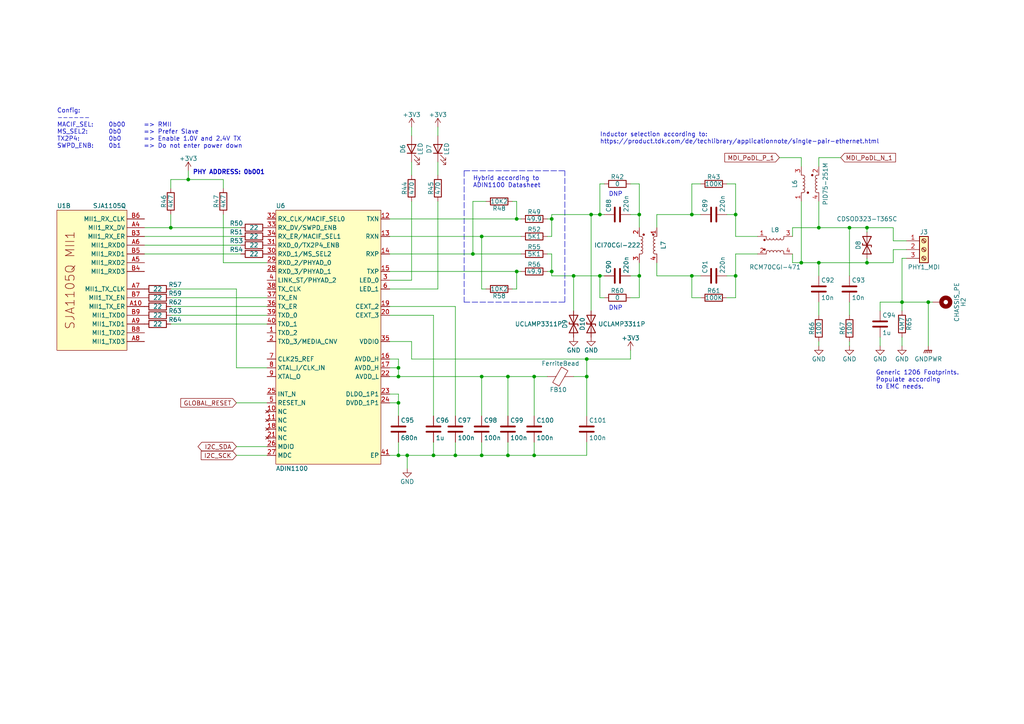
<source format=kicad_sch>
(kicad_sch (version 20211123) (generator eeschema)
  (paper "A4")
  (title_block (title "Open Hardware 10Base-T1L Switch") (date "2023-04-07") (rev "REV A") (company "Peter Heinrich") (comment 1 "Open Hardware License CERN-OHL-P v2") (comment 2 "https://github.com/peterheinrich/Open_10Base-T1L_Switch"))
  (lib_symbols
    (symbol "ADIN1100:ADIN1100"
      (property "Reference" "U" (at 0 1.27 0))
      (property "Value" "ADIN1100" (at 0 -74.93 0))
      (symbol "ADIN1100_1_1"
        (pin input line (at -2.54 -35.56 0) (length 2.54) (name "TXD_2") (number "1"))
        (pin no_connect line (at -2.54 -58.42 0) (length 2.54) (name "NC") (number "10"))
        (pin no_connect line (at -2.54 -60.96 0) (length 2.54) (name "NC") (number "11"))
        (pin bidirectional line (at 33.02 -2.54 180) (length 2.54) (name "TXN") (number "12"))
        (pin bidirectional line (at 33.02 -7.62 180) (length 2.54) (name "RXN") (number "13"))
        (pin bidirectional line (at 33.02 -12.7 180) (length 2.54) (name "RXP") (number "14"))
        (pin bidirectional line (at 33.02 -17.78 180) (length 2.54) (name "TXP") (number "15"))
        (pin power_in line (at 33.02 -43.18 180) (length 2.54) (name "AVDD_H") (number "16"))
        (pin power_in line (at 33.02 -45.72 180) (length 2.54) (name "AVDD_H") (number "17"))
        (pin no_connect line (at -2.54 -63.5 0) (length 2.54) (name "NC") (number "18"))
        (pin input line (at 33.02 -27.94 180) (length 2.54) (name "CEXT_2") (number "19"))
        (pin input line (at -2.54 -38.1 0) (length 2.54) (name "TXD_3/MEDIA_CNV") (number "2"))
        (pin input line (at 33.02 -30.48 180) (length 2.54) (name "CEXT_3") (number "20"))
        (pin no_connect line (at -2.54 -66.04 0) (length 2.54) (name "NC") (number "21"))
        (pin power_in line (at 33.02 -48.26 180) (length 2.54) (name "AVDD_L") (number "22"))
        (pin power_in line (at 33.02 -53.34 180) (length 2.54) (name "DLDO_1P1") (number "23"))
        (pin power_in line (at 33.02 -55.88 180) (length 2.54) (name "DVDD_1P1") (number "24"))
        (pin output line (at -2.54 -53.34 0) (length 2.54) (name "INT_N") (number "25"))
        (pin bidirectional line (at -2.54 -68.58 0) (length 2.54) (name "MDIO") (number "26"))
        (pin input line (at -2.54 -71.12 0) (length 2.54) (name "MDC") (number "27"))
        (pin output line (at -2.54 -17.78 0) (length 2.54) (name "RXD_3/PHYAD_1") (number "28"))
        (pin output line (at -2.54 -15.24 0) (length 2.54) (name "RXD_2/PHYAD_0") (number "29"))
        (pin output line (at 33.02 -20.32 180) (length 2.54) (name "LED_0") (number "3"))
        (pin output line (at -2.54 -12.7 0) (length 2.54) (name "RXD_1/MS_SEL2") (number "30"))
        (pin output line (at -2.54 -10.16 0) (length 2.54) (name "RXD_0/TX2P4_ENB") (number "31"))
        (pin output line (at -2.54 -2.54 0) (length 2.54) (name "RX_CLK/MACIF_SEL0") (number "32"))
        (pin output line (at -2.54 -5.08 0) (length 2.54) (name "RX_DV/SWPD_ENB") (number "33"))
        (pin output line (at -2.54 -7.62 0) (length 2.54) (name "RX_ER/MACIF_SEL1") (number "34"))
        (pin power_in line (at 33.02 -38.1 180) (length 2.54) (name "VDDIO") (number "35"))
        (pin input line (at -2.54 -27.94 0) (length 2.54) (name "TX_ER") (number "36"))
        (pin input line (at -2.54 -25.4 0) (length 2.54) (name "TX_EN") (number "37"))
        (pin output line (at -2.54 -22.86 0) (length 2.54) (name "TX_CLK") (number "38"))
        (pin input line (at -2.54 -30.48 0) (length 2.54) (name "TXD_0") (number "39"))
        (pin output line (at -2.54 -20.32 0) (length 2.54) (name "LINK_ST/PHYAD_2") (number "4"))
        (pin input line (at -2.54 -33.02 0) (length 2.54) (name "TXD_1") (number "40"))
        (pin power_in line (at 33.02 -71.12 180) (length 2.54) (name "EP") (number "41"))
        (pin input line (at -2.54 -55.88 0) (length 2.54) (name "RESET_N") (number "5"))
        (pin output line (at 33.02 -22.86 180) (length 2.54) (name "LED_1") (number "6"))
        (pin output line (at -2.54 -43.18 0) (length 2.54) (name "CLK25_REF") (number "7"))
        (pin input line (at -2.54 -45.72 0) (length 2.54) (name "XTAL_I/CLK_IN") (number "8"))
        (pin output line (at -2.54 -48.26 0) (length 2.54) (name "XTAL_O") (number "9"))
      )
    )
    (symbol "Connector:Screw_Terminal_01x03" (pin_names (offset 1.016) hide)
      (property "Reference" "J" (at 0 5.08 0))
      (property "Value" "Screw_Terminal_01x03" (at 0 -5.08 0))
      (symbol "Screw_Terminal_01x03_1_1"
        (pin passive line (at -5.08 2.54 0) (length 3.81) (name "Pin_1") (number "1"))
        (pin passive line (at -5.08 0 0) (length 3.81) (name "Pin_2") (number "2"))
        (pin passive line (at -5.08 -2.54 0) (length 3.81) (name "Pin_3") (number "3"))
      )
    )
    (symbol "Device:C" (pin_numbers hide) (pin_names (offset 0.254))
      (property "Reference" "C" (at 0.635 2.54 0))
      (property "Value" "C" (at 0.635 -2.54 0))
      (symbol "C_1_1"
        (pin passive line (at 0 3.81 270) (length 2.794) (name "~") (number "1"))
        (pin passive line (at 0 -3.81 90) (length 2.794) (name "~") (number "2"))
      )
    )
    (symbol "Device:D_TVS" (pin_numbers hide) (pin_names (offset 1.016) hide)
      (property "Reference" "D" (at 0 2.54 0))
      (property "Value" "D_TVS" (at 0 -2.54 0))
      (symbol "D_TVS_1_1"
        (pin passive line (at -3.81 0 0) (length 2.54) (name "A1") (number "1"))
        (pin passive line (at 3.81 0 180) (length 2.54) (name "A2") (number "2"))
      )
    )
    (symbol "Device:FerriteBead" (pin_numbers hide) (pin_names (offset 0))
      (property "Reference" "FB" (at -3.81 0.635 90))
      (property "Value" "FerriteBead" (at 3.81 0 90))
      (symbol "FerriteBead_1_1"
        (pin passive line (at 0 3.81 270) (length 2.54) (name "~") (number "1"))
        (pin passive line (at 0 -3.81 90) (length 2.54) (name "~") (number "2"))
      )
    )
    (symbol "Device:LED" (pin_numbers hide) (pin_names (offset 1.016) hide)
      (property "Reference" "D" (at 0 2.54 0))
      (property "Value" "LED" (at 0 -2.54 0))
      (symbol "LED_1_1"
        (pin passive line (at -3.81 0 0) (length 2.54) (name "K") (number "1"))
        (pin passive line (at 3.81 0 180) (length 2.54) (name "A") (number "2"))
      )
    )
    (symbol "Device:L_Coupled_1324" (pin_names (offset 0.254) hide)
      (property "Reference" "L" (at 0 4.445 0))
      (property "Value" "L_Coupled_1324" (at 0 -4.445 0))
      (symbol "L_Coupled_1324_1_1"
        (pin passive line (at -5.08 2.54 0) (length 2.54) (name "1") (number "1"))
        (pin passive line (at -5.08 -2.54 0) (length 2.54) (name "2") (number "2"))
        (pin passive line (at 5.08 2.54 180) (length 2.54) (name "3") (number "3"))
        (pin passive line (at 5.08 -2.54 180) (length 2.54) (name "4") (number "4"))
      )
    )
    (symbol "Device:L_Coupled_1423" (pin_names (offset 0.254) hide)
      (property "Reference" "L" (at 0 4.445 0))
      (property "Value" "L_Coupled_1423" (at 0 -4.445 0))
      (symbol "L_Coupled_1423_1_1"
        (pin passive line (at -5.08 2.54 0) (length 2.54) (name "1") (number "1"))
        (pin passive line (at -5.08 -2.54 0) (length 2.54) (name "2") (number "2"))
        (pin passive line (at 5.08 -2.54 180) (length 2.54) (name "3") (number "3"))
        (pin passive line (at 5.08 2.54 180) (length 2.54) (name "4") (number "4"))
      )
    )
    (symbol "Device:R" (pin_numbers hide) (pin_names (offset 0))
      (property "Reference" "R" (at 2.032 0 90))
      (property "Value" "R" (at 0 0 90))
      (symbol "R_1_1"
        (pin passive line (at 0 3.81 270) (length 1.27) (name "~") (number "1"))
        (pin passive line (at 0 -3.81 90) (length 1.27) (name "~") (number "2"))
      )
    )
    (symbol "L_differential_1324:L_Coupled_1324" (pin_names (offset 0.254) hide)
      (property "Reference" "L?" (at 0 4.445 0))
      (property "Value" "L_Coupled_1324" (at 0 -4.445 0))
      (symbol "L_Coupled_1324_1_1"
        (pin passive line (at -5.08 2.54 0) (length 2.54) (name "1") (number "1"))
        (pin passive line (at 5.08 -2.54 180) (length 2.54) (name "2") (number "2"))
        (pin passive line (at 5.08 2.54 180) (length 2.54) (name "3") (number "3"))
        (pin passive line (at -5.08 -2.54 0) (length 2.54) (name "4") (number "4"))
      )
    )
    (symbol "Mechanical:MountingHole_Pad" (pin_numbers hide) (pin_names (offset 1.016) hide)
      (property "Reference" "H" (at 0 6.35 0))
      (property "Value" "MountingHole_Pad" (at 0 4.445 0))
      (symbol "MountingHole_Pad_1_1"
        (pin input line (at 0 -2.54 90) (length 2.54) (name "1") (number "1"))
      )
    )
    (symbol "SJA1105Q:SJA1105Q"
      (property "Reference" "U" (at 0 1.27 0))
      (property "Value" "SJA1105Q" (at 15.24 1.27 0))
      (symbol "SJA1105Q_1_1"
        (text "SJA1105Q MII0" (at 3.81 -20.32 900) (effects (font (size 2.54 2.54))))
        (pin output line (at 25.4 -30.48 180) (length 5.08) (name "MII0_TXD0") (number "A2"))
        (pin output line (at 25.4 -27.94 180) (length 5.08) (name "MII0_TX_ER") (number "A3"))
        (pin output line (at 25.4 -33.02 180) (length 5.08) (name "MII0_TXD1") (number "B1"))
        (pin output line (at 25.4 -38.1 180) (length 5.08) (name "MII0_TXD3") (number "C1"))
        (pin output line (at 25.4 -35.56 180) (length 5.08) (name "MII0_TXD2") (number "C2"))
        (pin bidirectional line (at 25.4 -22.86 180) (length 5.08) (name "MII0_TX_CLK") (number "D1"))
        (pin output line (at 25.4 -25.4 180) (length 5.08) (name "MII0_TX_EN") (number "D2"))
        (pin input line (at 25.4 -10.16 180) (length 5.08) (name "MII0_RXD0") (number "E1"))
        (pin bidirectional line (at 25.4 -2.54 180) (length 5.08) (name "MII0_RX_CLK") (number "E2"))
        (pin input line (at 25.4 -15.24 180) (length 5.08) (name "MII0_RXD2") (number "F1"))
        (pin input line (at 25.4 -12.7 180) (length 5.08) (name "MII0_RXD1") (number "F2"))
        (pin input line (at 25.4 -5.08 180) (length 5.08) (name "MII0_RX_DV") (number "G1"))
        (pin input line (at 25.4 -17.78 180) (length 5.08) (name "MII0_RXD3") (number "G2"))
        (pin input line (at 25.4 -7.62 180) (length 5.08) (name "MII0_RX_ER") (number "H2"))
      )
      (symbol "SJA1105Q_2_1"
        (text "SJA1105Q MII1" (at 3.81 -20.32 900) (effects (font (size 2.54 2.54))))
        (pin output line (at 25.4 -27.94 180) (length 5.08) (name "MII1_TX_ER") (number "A10"))
        (pin input line (at 25.4 -5.08 180) (length 5.08) (name "MII1_RX_DV") (number "A4"))
        (pin input line (at 25.4 -15.24 180) (length 5.08) (name "MII1_RXD2") (number "A5"))
        (pin input line (at 25.4 -10.16 180) (length 5.08) (name "MII1_RXD0") (number "A6"))
        (pin bidirectional line (at 25.4 -22.86 180) (length 5.08) (name "MII1_TX_CLK") (number "A7"))
        (pin output line (at 25.4 -38.1 180) (length 5.08) (name "MII1_TXD3") (number "A8"))
        (pin output line (at 25.4 -33.02 180) (length 5.08) (name "MII1_TXD1") (number "A9"))
        (pin input line (at 25.4 -7.62 180) (length 5.08) (name "MII1_RX_ER") (number "B3"))
        (pin input line (at 25.4 -17.78 180) (length 5.08) (name "MII1_RXD3") (number "B4"))
        (pin input line (at 25.4 -12.7 180) (length 5.08) (name "MII1_RXD1") (number "B5"))
        (pin bidirectional line (at 25.4 -2.54 180) (length 5.08) (name "MII1_RX_CLK") (number "B6"))
        (pin output line (at 25.4 -25.4 180) (length 5.08) (name "MII1_TX_EN") (number "B7"))
        (pin output line (at 25.4 -35.56 180) (length 5.08) (name "MII1_TXD2") (number "B8"))
        (pin output line (at 25.4 -30.48 180) (length 5.08) (name "MII1_TXD0") (number "B9"))
      )
      (symbol "SJA1105Q_3_1"
        (text "SJA1105Q MII2" (at 3.81 -20.32 900) (effects (font (size 2.54 2.54))))
        (pin input line (at 25.4 -5.08 180) (length 5.08) (name "MII2_RX_DV") (number "A11"))
        (pin input line (at 25.4 -15.24 180) (length 5.08) (name "MII2_RXD2") (number "A12"))
        (pin input line (at 25.4 -10.16 180) (length 5.08) (name "MII2_RXD0") (number "A13"))
        (pin input line (at 25.4 -7.62 180) (length 5.08) (name "MII2_RX_ER") (number "B10"))
        (pin input line (at 25.4 -17.78 180) (length 5.08) (name "MII2_RXD3") (number "B11"))
        (pin input line (at 25.4 -12.7 180) (length 5.08) (name "MII2_RXD1") (number "B12"))
        (pin bidirectional line (at 25.4 -2.54 180) (length 5.08) (name "MII2_RX_CLK") (number "B14"))
        (pin output line (at 25.4 -25.4 180) (length 5.08) (name "MII2_TX_EN") (number "C13"))
        (pin bidirectional line (at 25.4 -22.86 180) (length 5.08) (name "MII2_TX_CLK") (number "C14"))
        (pin output line (at 25.4 -35.56 180) (length 5.08) (name "MII2_TXD2") (number "D13"))
        (pin output line (at 25.4 -38.1 180) (length 5.08) (name "MII2_TXD3") (number "D14"))
        (pin output line (at 25.4 -30.48 180) (length 5.08) (name "MII2_TXD0") (number "E13"))
        (pin output line (at 25.4 -33.02 180) (length 5.08) (name "MII2_TXD1") (number "E14"))
        (pin output line (at 25.4 -27.94 180) (length 5.08) (name "MII2_TX_ER") (number "F14"))
      )
      (symbol "SJA1105Q_4_1"
        (text "SJA1105Q MII3" (at 3.81 -20.32 900) (effects (font (size 2.54 2.54))))
        (pin input line (at 25.4 -7.62 180) (length 5.08) (name "MII3_RX_ER") (number "F13"))
        (pin input line (at 25.4 -17.78 180) (length 5.08) (name "MII3_RXD3") (number "G13"))
        (pin input line (at 25.4 -5.08 180) (length 5.08) (name "MII3_RX_DV") (number "G14"))
        (pin input line (at 25.4 -12.7 180) (length 5.08) (name "MII3_RXD1") (number "H13"))
        (pin input line (at 25.4 -15.24 180) (length 5.08) (name "MII3_RXD2") (number "H14"))
        (pin bidirectional line (at 25.4 -2.54 180) (length 5.08) (name "MII3_RX_CLK") (number "J13"))
        (pin input line (at 25.4 -10.16 180) (length 5.08) (name "MII3_RXD0") (number "J14"))
        (pin output line (at 25.4 -25.4 180) (length 5.08) (name "MII3_TX_EN") (number "K13"))
        (pin bidirectional line (at 25.4 -22.86 180) (length 5.08) (name "MII3_TX_CLK") (number "K14"))
        (pin output line (at 25.4 -35.56 180) (length 5.08) (name "MII3_TXD2") (number "L13"))
        (pin output line (at 25.4 -38.1 180) (length 5.08) (name "MII3_TXD3") (number "L14"))
        (pin output line (at 25.4 -30.48 180) (length 5.08) (name "MII3_TXD0") (number "M13"))
        (pin output line (at 25.4 -33.02 180) (length 5.08) (name "MII3_TXD1") (number "M14"))
        (pin output line (at 25.4 -27.94 180) (length 5.08) (name "MII3_TX_ER") (number "N14"))
      )
      (symbol "SJA1105Q_5_1"
        (text "SJA1105Q MII4" (at 3.81 -20.32 900) (effects (font (size 2.54 2.54))))
        (pin input line (at 25.4 -10.16 180) (length 5.08) (name "MII4_RXD0") (number "N10"))
        (pin input line (at 25.4 -15.24 180) (length 5.08) (name "MII4_RXD2") (number "N11"))
        (pin input line (at 25.4 -5.08 180) (length 5.08) (name "MII4_RX_DV") (number "N12"))
        (pin output line (at 25.4 -33.02 180) (length 5.08) (name "MII4_TXD1") (number "N7"))
        (pin output line (at 25.4 -38.1 180) (length 5.08) (name "MII4_TXD3") (number "N8"))
        (pin bidirectional line (at 25.4 -22.86 180) (length 5.08) (name "MII4_TX_CLK") (number "N9"))
        (pin bidirectional line (at 25.4 -2.54 180) (length 5.08) (name "MII4_RX_CLK") (number "P10"))
        (pin input line (at 25.4 -12.7 180) (length 5.08) (name "MII4_RXD1") (number "P11"))
        (pin input line (at 25.4 -17.78 180) (length 5.08) (name "MII4_RXD3") (number "P12"))
        (pin input line (at 25.4 -7.62 180) (length 5.08) (name "MII4_RX_ER") (number "P13"))
        (pin output line (at 25.4 -27.94 180) (length 5.08) (name "MII4_TX_ER") (number "P6"))
        (pin output line (at 25.4 -30.48 180) (length 5.08) (name "MII4_TXD0") (number "P7"))
        (pin output line (at 25.4 -35.56 180) (length 5.08) (name "MII4_TXD2") (number "P8"))
        (pin output line (at 25.4 -25.4 180) (length 5.08) (name "MII4_TX_EN") (number "P9"))
      )
      (symbol "SJA1105Q_6_1"
        (text "SJA1105Q CLK" (at 15.24 -17.78 900) (effects (font (size 2.54 2.54))))
        (pin output line (at -5.08 -2.54 0) (length 5.08) (name "CLK_OUT") (number "H1"))
        (pin input line (at -5.08 -20.32 0) (length 5.08) (name "OSC_IN") (number "K2"))
        (pin output line (at -5.08 -7.62 0) (length 5.08) (name "OSC_OUT") (number "L1"))
        (pin power_in line (at 33.02 -17.78 180) (length 5.08) (name "i.c.") (number "L4"))
        (pin input line (at 33.02 -2.54 180) (length 5.08) (name "TRST_N") (number "M1"))
        (pin input line (at 33.02 -10.16 180) (length 5.08) (name "TDI") (number "M2"))
        (pin input line (at 33.02 -12.7 180) (length 5.08) (name "TCK") (number "N1"))
        (pin output line (at 33.02 -7.62 180) (length 5.08) (name "TDO") (number "N3"))
        (pin bidirectional line (at -5.08 -33.02 0) (length 5.08) (name "PTP_CLK") (number "N4"))
        (pin input line (at 33.02 -25.4 180) (length 5.08) (name "SDI") (number "N5"))
        (pin input line (at 33.02 -30.48 180) (length 5.08) (name "SS_N") (number "N6"))
        (pin input line (at 33.02 -5.08 180) (length 5.08) (name "TMS") (number "P2"))
        (pin input line (at 33.02 -33.02 180) (length 5.08) (name "RST_N") (number "P3"))
        (pin output line (at 33.02 -27.94 180) (length 5.08) (name "SDO") (number "P4"))
        (pin input line (at 33.02 -22.86 180) (length 5.08) (name "SCK") (number "P5"))
      )
      (symbol "SJA1105Q_7_1"
        (text "SJA1105Q Power" (at 12.7 -48.26 900) (effects (font (size 2.54 2.54))))
        (pin power_in line (at -5.08 -2.54 0) (length 5.08) (name "VSS") (number "A1"))
        (pin power_in line (at 33.02 -88.9 180) (length 5.08) (name "VSS") (number "A14"))
        (pin power_in line (at 33.02 -83.82 180) (length 5.08) (name "VSS") (number "B13"))
        (pin power_in line (at 33.02 -48.26 180) (length 5.08) (name "VDDIO_MII2") (number "D10"))
        (pin power_in line (at 33.02 -50.8 180) (length 5.08) (name "VDDIO_MII2") (number "D11"))
        (pin power_in line (at 33.02 -33.02 180) (length 5.08) (name "VDDIO_MII0") (number "D4"))
        (pin power_in line (at 33.02 -40.64 180) (length 5.08) (name "VDDIO_MII1") (number "D5"))
        (pin power_in line (at 33.02 -7.62 180) (length 5.08) (name "VDD_CORE") (number "D6"))
        (pin power_in line (at 33.02 -43.18 180) (length 5.08) (name "VDDIO_MII1") (number "D7"))
        (pin power_in line (at 33.02 -45.72 180) (length 5.08) (name "VDDIO_MII1") (number "D8"))
        (pin power_in line (at 33.02 -12.7 180) (length 5.08) (name "VDD_CORE") (number "D9"))
        (pin power_in line (at -5.08 -91.44 0) (length 5.08) (name "VSS") (number "E10"))
        (pin power_in line (at 33.02 -53.34 180) (length 5.08) (name "VDDIO_MII2") (number "E11"))
        (pin power_in line (at 33.02 -35.56 180) (length 5.08) (name "VDDIO_MII0") (number "E4"))
        (pin power_in line (at -5.08 -12.7 0) (length 5.08) (name "VSS") (number "E5"))
        (pin power_in line (at -5.08 -27.94 0) (length 5.08) (name "VSS") (number "E6"))
        (pin power_in line (at -5.08 -43.18 0) (length 5.08) (name "VSS") (number "E7"))
        (pin power_in line (at -5.08 -60.96 0) (length 5.08) (name "VSS") (number "E8"))
        (pin power_in line (at -5.08 -76.2 0) (length 5.08) (name "VSS") (number "E9"))
        (pin power_in line (at -5.08 -93.98 0) (length 5.08) (name "VSS") (number "F10"))
        (pin power_in line (at 33.02 -17.78 180) (length 5.08) (name "VDD_CORE") (number "F11"))
        (pin power_in line (at 33.02 -2.54 180) (length 5.08) (name "VDD_CORE") (number "F4"))
        (pin power_in line (at -5.08 -15.24 0) (length 5.08) (name "VSS") (number "F5"))
        (pin power_in line (at -5.08 -30.48 0) (length 5.08) (name "VSS") (number "F6"))
        (pin power_in line (at -5.08 -45.72 0) (length 5.08) (name "VSS") (number "F7"))
        (pin power_in line (at -5.08 -63.5 0) (length 5.08) (name "VSS") (number "F8"))
        (pin power_in line (at -5.08 -78.74 0) (length 5.08) (name "VSS") (number "F9"))
        (pin power_in line (at -5.08 -96.52 0) (length 5.08) (name "VSS") (number "G10"))
        (pin power_in line (at 33.02 -55.88 180) (length 5.08) (name "VDDIO_MII3") (number "G11"))
        (pin power_in line (at 33.02 -38.1 180) (length 5.08) (name "VDDIO_MII0") (number "G4"))
        (pin power_in line (at -5.08 -17.78 0) (length 5.08) (name "VSS") (number "G5"))
        (pin power_in line (at -5.08 -33.02 0) (length 5.08) (name "VSS") (number "G6"))
        (pin power_in line (at -5.08 -48.26 0) (length 5.08) (name "VSS") (number "G7"))
        (pin power_in line (at -5.08 -66.04 0) (length 5.08) (name "VSS") (number "G8"))
        (pin power_in line (at -5.08 -81.28 0) (length 5.08) (name "VSS") (number "G9"))
        (pin power_in line (at 33.02 -76.2 180) (length 5.08) (name "VSS") (number "H10"))
        (pin power_in line (at 33.02 -58.42 180) (length 5.08) (name "VDDIO_MII3") (number "H11"))
        (pin power_in line (at 33.02 -27.94 180) (length 5.08) (name "VDDIO_CLO") (number "H4"))
        (pin power_in line (at -5.08 -20.32 0) (length 5.08) (name "VSS") (number "H5"))
        (pin power_in line (at -5.08 -35.56 0) (length 5.08) (name "VSS") (number "H6"))
        (pin power_in line (at -5.08 -50.8 0) (length 5.08) (name "VSS") (number "H7"))
        (pin power_in line (at -5.08 -68.58 0) (length 5.08) (name "VSS") (number "H8"))
        (pin power_in line (at -5.08 -83.82 0) (length 5.08) (name "VSS") (number "H9"))
        (pin power_in line (at 33.02 -25.4 180) (length 5.08) (name "VDDA_PLL") (number "J1"))
        (pin power_in line (at 33.02 -78.74 180) (length 5.08) (name "VSS") (number "J10"))
        (pin power_in line (at 33.02 -20.32 180) (length 5.08) (name "VDD_CORE") (number "J11"))
        (pin power_in line (at 33.02 -96.52 180) (length 5.08) (name "VSSA_PLL") (number "J2"))
        (pin power_in line (at 33.02 -5.08 180) (length 5.08) (name "VDD_CORE") (number "J4"))
        (pin power_in line (at -5.08 -22.86 0) (length 5.08) (name "VSS") (number "J5"))
        (pin power_in line (at -5.08 -38.1 0) (length 5.08) (name "VSS") (number "J6"))
        (pin power_in line (at -5.08 -53.34 0) (length 5.08) (name "VSS") (number "J7"))
        (pin power_in line (at -5.08 -71.12 0) (length 5.08) (name "VSS") (number "J8"))
        (pin power_in line (at -5.08 -86.36 0) (length 5.08) (name "VSS") (number "J9"))
        (pin power_in line (at 33.02 -22.86 180) (length 5.08) (name "VDDA_OSC") (number "K1"))
        (pin power_in line (at 33.02 -81.28 180) (length 5.08) (name "VSS") (number "K10"))
        (pin power_in line (at 33.02 -60.96 180) (length 5.08) (name "VDDIO_MII3") (number "K11"))
        (pin power_in line (at -5.08 -10.16 0) (length 5.08) (name "VSS") (number "K4"))
        (pin power_in line (at -5.08 -25.4 0) (length 5.08) (name "VSS") (number "K5"))
        (pin power_in line (at -5.08 -40.64 0) (length 5.08) (name "VSS") (number "K6"))
        (pin power_in line (at -5.08 -55.88 0) (length 5.08) (name "VSS") (number "K7"))
        (pin power_in line (at -5.08 -73.66 0) (length 5.08) (name "VSS") (number "K8"))
        (pin power_in line (at -5.08 -88.9 0) (length 5.08) (name "VSS") (number "K9"))
        (pin power_in line (at 33.02 -66.04 180) (length 5.08) (name "VDDIO_MII4") (number "L10"))
        (pin power_in line (at 33.02 -68.58 180) (length 5.08) (name "VDDIO_MII4") (number "L11"))
        (pin power_in line (at 33.02 -93.98 180) (length 5.08) (name "VSSA_OSC") (number "L2"))
        (pin power_in line (at 33.02 -30.48 180) (length 5.08) (name "VDDIO_HOST") (number "L5"))
        (pin power_in line (at 33.02 -10.16 180) (length 5.08) (name "VDD_CORE") (number "L6"))
        (pin power_in line (at -5.08 -58.42 0) (length 5.08) (name "VSS") (number "L7"))
        (pin power_in line (at 33.02 -63.5 180) (length 5.08) (name "VDDIO_MII4") (number "L8"))
        (pin power_in line (at 33.02 -15.24 180) (length 5.08) (name "VDD_CORE") (number "L9"))
        (pin power_in line (at 33.02 -86.36 180) (length 5.08) (name "VSS") (number "N13"))
        (pin power_in line (at -5.08 -7.62 0) (length 5.08) (name "VSS") (number "N2"))
        (pin power_in line (at -5.08 -5.08 0) (length 5.08) (name "VSS") (number "P1"))
        (pin power_in line (at 33.02 -91.44 180) (length 5.08) (name "VSS") (number "P14"))
      )
    )
    (symbol "power:+3V3" (power) (pin_names (offset 0))
      (property "Value" "+3V3" (at 0 3.556 0))
      (symbol "+3V3_1_1"
        (pin power_in line (at 0 0 90) (length 0) hide (name "+3V3") (number "1"))
      )
    )
    (symbol "power:GND" (power) (pin_names (offset 0))
      (property "Value" "GND" (at 0 -3.81 0))
      (symbol "GND_1_1"
        (pin power_in line (at 0 0 270) (length 0) hide (name "GND") (number "1"))
      )
    )
    (symbol "power:GNDPWR" (power) (pin_names (offset 0))
      (property "Value" "GNDPWR" (at 0 -3.302 0))
      (symbol "GNDPWR_1_1"
        (pin power_in line (at 0 0 270) (length 0) hide (name "GNDPWR") (number "1"))
      )
    )
  )
  (junction (at 213.36 80.01))
  (junction (at 237.49 76.2))
  (junction (at 237.49 66.04))
  (junction (at 173.99 80.01))
  (junction (at 147.32 132.08))
  (junction (at 246.38 66.04))
  (junction (at 49.53 66.04))
  (junction (at 115.57 132.08))
  (junction (at 261.62 87.63))
  (junction (at 200.66 62.23))
  (junction (at 251.46 76.2))
  (junction (at 251.46 66.04))
  (junction (at 115.57 106.68))
  (junction (at 125.73 132.08))
  (junction (at 118.11 132.08))
  (junction (at 160.02 78.74))
  (junction (at 139.7 132.08))
  (junction (at 137.16 73.66))
  (junction (at 149.86 63.5))
  (junction (at 115.57 109.22))
  (junction (at 173.99 62.23))
  (junction (at 185.42 80.01))
  (junction (at 115.57 116.84))
  (junction (at 166.37 80.01))
  (junction (at 232.41 76.2))
  (junction (at 160.02 63.5))
  (junction (at 139.7 109.22))
  (junction (at 139.7 68.58))
  (junction (at 154.94 109.22))
  (junction (at 54.61 52.07))
  (junction (at 269.24 87.63))
  (junction (at 154.94 132.08))
  (junction (at 170.18 104.14))
  (junction (at 147.32 109.22))
  (junction (at 149.86 78.74))
  (junction (at 132.08 132.08))
  (junction (at 170.18 109.22))
  (junction (at 185.42 62.23))
  (junction (at 200.66 80.01))
  (junction (at 213.36 62.23))
  (junction (at 171.45 62.23))
  (wire (pts (xy 119.38 104.14) (xy 170.18 104.14)))
  (wire (pts (xy 41.91 71.12) (xy 69.85 71.12)))
  (wire (pts (xy 113.03 99.06) (xy 119.38 99.06)))
  (wire (pts (xy 251.46 66.04) (xy 251.46 67.31)))
  (wire (pts (xy 160.02 62.23) (xy 171.45 62.23)))
  (wire (pts (xy 147.32 120.65) (xy 147.32 109.22)))
  (wire (pts (xy 182.88 62.23) (xy 185.42 62.23)))
  (wire (pts (xy 137.16 58.42) (xy 137.16 73.66)))
  (wire (pts (xy 158.75 63.5) (xy 160.02 63.5)))
  (wire (pts (xy 200.66 53.34) (xy 200.66 62.23)))
  (wire (pts (xy 190.5 80.01) (xy 190.5 76.2)))
  (wire (pts (xy 160.02 63.5) (xy 160.02 68.58)))
  (wire (pts (xy 237.49 58.42) (xy 237.49 66.04)))
  (wire (pts (xy 49.53 62.23) (xy 49.53 66.04)))
  (wire (pts (xy 115.57 114.3) (xy 115.57 116.84)))
  (wire (pts (xy 147.32 132.08) (xy 154.94 132.08)))
  (wire (pts (xy 118.11 132.08) (xy 118.11 135.89)))
  (wire (pts (xy 190.5 62.23) (xy 200.66 62.23)))
  (wire (pts (xy 115.57 116.84) (xy 113.03 116.84)))
  (wire (pts (xy 232.41 45.72) (xy 232.41 48.26)))
  (wire (pts (xy 160.02 80.01) (xy 160.02 78.74)))
  (wire (pts (xy 139.7 132.08) (xy 147.32 132.08)))
  (wire (pts (xy 154.94 109.22) (xy 147.32 109.22)))
  (wire (pts (xy 246.38 66.04) (xy 246.38 80.01)))
  (wire (pts (xy 185.42 53.34) (xy 185.42 62.23)))
  (wire (pts (xy 54.61 52.07) (xy 64.77 52.07)))
  (wire (pts (xy 160.02 80.01) (xy 166.37 80.01)))
  (wire (pts (xy 113.03 68.58) (xy 139.7 68.58)))
  (wire (pts (xy 173.99 53.34) (xy 173.99 62.23)))
  (wire (pts (xy 229.87 66.04) (xy 229.87 68.58)))
  (wire (pts (xy 261.62 87.63) (xy 261.62 90.17)))
  (wire (pts (xy 149.86 78.74) (xy 151.13 78.74)))
  (wire (pts (xy 140.97 83.82) (xy 139.7 83.82)))
  (wire (pts (xy 255.27 97.79) (xy 255.27 100.33)))
  (wire (pts (xy 251.46 76.2) (xy 259.08 76.2)))
  (wire (pts (xy 185.42 80.01) (xy 185.42 76.2)))
  (wire (pts (xy 77.47 76.2) (xy 64.77 76.2)))
  (wire (pts (xy 185.42 86.36) (xy 185.42 80.01)))
  (wire (pts (xy 68.58 106.68) (xy 77.47 106.68)))
  (wire (pts (xy 115.57 128.27) (xy 115.57 132.08)))
  (wire (pts (xy 269.24 87.63) (xy 261.62 87.63)))
  (wire (pts (xy 68.58 129.54) (xy 77.47 129.54)))
  (wire (pts (xy 147.32 109.22) (xy 139.7 109.22)))
  (wire (pts (xy 125.73 132.08) (xy 125.73 128.27)))
  (wire (pts (xy 147.32 132.08) (xy 147.32 128.27)))
  (wire (pts (xy 171.45 62.23) (xy 171.45 90.17)))
  (wire (pts (xy 237.49 87.63) (xy 237.49 91.44)))
  (wire (pts (xy 171.45 62.23) (xy 173.99 62.23)))
  (wire (pts (xy 173.99 62.23) (xy 175.26 62.23)))
  (wire (pts (xy 127 46.99) (xy 127 50.8)))
  (wire (pts (xy 64.77 52.07) (xy 64.77 54.61)))
  (wire (pts (xy 170.18 109.22) (xy 166.37 109.22)))
  (wire (pts (xy 49.53 52.07) (xy 54.61 52.07)))
  (wire (pts (xy 125.73 91.44) (xy 113.03 91.44)))
  (wire (pts (xy 190.5 80.01) (xy 200.66 80.01)))
  (wire (pts (xy 259.08 72.39) (xy 259.08 76.2)))
  (wire (pts (xy 166.37 80.01) (xy 166.37 90.17)))
  (wire (pts (xy 137.16 73.66) (xy 151.13 73.66)))
  (wire (pts (xy 170.18 132.08) (xy 170.18 128.27)))
  (wire (pts (xy 68.58 116.84) (xy 77.47 116.84)))
  (wire (pts (xy 132.08 132.08) (xy 139.7 132.08)))
  (wire (pts (xy 119.38 46.99) (xy 119.38 50.8)))
  (wire (pts (xy 158.75 68.58) (xy 160.02 68.58)))
  (wire (pts (xy 246.38 87.63) (xy 246.38 91.44)))
  (wire (pts (xy 185.42 62.23) (xy 185.42 66.04)))
  (polyline (pts (xy 134.62 49.53) (xy 134.62 87.63)))
  (wire (pts (xy 262.89 69.85) (xy 259.08 69.85)))
  (wire (pts (xy 251.46 74.93) (xy 251.46 76.2)))
  (wire (pts (xy 160.02 62.23) (xy 160.02 63.5)))
  (wire (pts (xy 41.91 73.66) (xy 69.85 73.66)))
  (wire (pts (xy 49.53 88.9) (xy 77.47 88.9)))
  (wire (pts (xy 49.53 86.36) (xy 77.47 86.36)))
  (wire (pts (xy 132.08 128.27) (xy 132.08 132.08)))
  (wire (pts (xy 259.08 69.85) (xy 259.08 66.04)))
  (wire (pts (xy 119.38 36.83) (xy 119.38 39.37)))
  (wire (pts (xy 261.62 97.79) (xy 261.62 100.33)))
  (wire (pts (xy 237.49 76.2) (xy 237.49 80.01)))
  (wire (pts (xy 210.82 86.36) (xy 213.36 86.36)))
  (wire (pts (xy 255.27 87.63) (xy 255.27 90.17)))
  (wire (pts (xy 237.49 99.06) (xy 237.49 100.33)))
  (wire (pts (xy 113.03 88.9) (xy 132.08 88.9)))
  (wire (pts (xy 251.46 66.04) (xy 259.08 66.04)))
  (polyline (pts (xy 134.62 49.53) (xy 163.83 49.53)))
  (wire (pts (xy 115.57 106.68) (xy 115.57 109.22)))
  (wire (pts (xy 49.53 66.04) (xy 69.85 66.04)))
  (wire (pts (xy 115.57 116.84) (xy 115.57 120.65)))
  (wire (pts (xy 213.36 53.34) (xy 213.36 62.23)))
  (wire (pts (xy 210.82 53.34) (xy 213.36 53.34)))
  (wire (pts (xy 140.97 58.42) (xy 137.16 58.42)))
  (wire (pts (xy 232.41 58.42) (xy 232.41 76.2)))
  (wire (pts (xy 237.49 76.2) (xy 251.46 76.2)))
  (wire (pts (xy 113.03 104.14) (xy 115.57 104.14)))
  (wire (pts (xy 158.75 78.74) (xy 160.02 78.74)))
  (wire (pts (xy 41.91 66.04) (xy 49.53 66.04)))
  (wire (pts (xy 54.61 49.53) (xy 54.61 52.07)))
  (wire (pts (xy 64.77 76.2) (xy 64.77 62.23)))
  (wire (pts (xy 237.49 48.26) (xy 237.49 45.72)))
  (wire (pts (xy 261.62 87.63) (xy 261.62 74.93)))
  (wire (pts (xy 175.26 53.34) (xy 173.99 53.34)))
  (wire (pts (xy 182.88 53.34) (xy 185.42 53.34)))
  (wire (pts (xy 200.66 62.23) (xy 203.2 62.23)))
  (wire (pts (xy 160.02 78.74) (xy 160.02 73.66)))
  (wire (pts (xy 173.99 80.01) (xy 166.37 80.01)))
  (wire (pts (xy 229.87 76.2) (xy 229.87 73.66)))
  (wire (pts (xy 229.87 76.2) (xy 232.41 76.2)))
  (wire (pts (xy 270.51 87.63) (xy 269.24 87.63)))
  (wire (pts (xy 158.75 73.66) (xy 160.02 73.66)))
  (wire (pts (xy 261.62 74.93) (xy 262.89 74.93)))
  (wire (pts (xy 246.38 99.06) (xy 246.38 100.33)))
  (wire (pts (xy 237.49 66.04) (xy 246.38 66.04)))
  (wire (pts (xy 170.18 104.14) (xy 182.88 104.14)))
  (wire (pts (xy 139.7 109.22) (xy 115.57 109.22)))
  (wire (pts (xy 119.38 81.28) (xy 113.03 81.28)))
  (wire (pts (xy 68.58 83.82) (xy 68.58 106.68)))
  (wire (pts (xy 149.86 58.42) (xy 149.86 63.5)))
  (wire (pts (xy 173.99 86.36) (xy 173.99 80.01)))
  (wire (pts (xy 213.36 80.01) (xy 210.82 80.01)))
  (wire (pts (xy 149.86 78.74) (xy 149.86 83.82)))
  (wire (pts (xy 226.06 45.72) (xy 232.41 45.72)))
  (wire (pts (xy 118.11 132.08) (xy 125.73 132.08)))
  (wire (pts (xy 113.03 63.5) (xy 149.86 63.5)))
  (wire (pts (xy 113.03 83.82) (xy 127 83.82)))
  (wire (pts (xy 148.59 83.82) (xy 149.86 83.82)))
  (wire (pts (xy 115.57 104.14) (xy 115.57 106.68)))
  (wire (pts (xy 213.36 86.36) (xy 213.36 80.01)))
  (wire (pts (xy 148.59 58.42) (xy 149.86 58.42)))
  (wire (pts (xy 132.08 88.9) (xy 132.08 120.65)))
  (wire (pts (xy 139.7 132.08) (xy 139.7 128.27)))
  (wire (pts (xy 182.88 80.01) (xy 185.42 80.01)))
  (wire (pts (xy 175.26 80.01) (xy 173.99 80.01)))
  (polyline (pts (xy 163.83 87.63) (xy 163.83 49.53)))
  (wire (pts (xy 127 83.82) (xy 127 58.42)))
  (wire (pts (xy 113.03 114.3) (xy 115.57 114.3)))
  (wire (pts (xy 210.82 62.23) (xy 213.36 62.23)))
  (wire (pts (xy 262.89 72.39) (xy 259.08 72.39)))
  (wire (pts (xy 49.53 83.82) (xy 68.58 83.82)))
  (wire (pts (xy 119.38 58.42) (xy 119.38 81.28)))
  (wire (pts (xy 237.49 45.72) (xy 243.84 45.72)))
  (wire (pts (xy 119.38 99.06) (xy 119.38 104.14)))
  (wire (pts (xy 203.2 86.36) (xy 200.66 86.36)))
  (wire (pts (xy 175.26 86.36) (xy 173.99 86.36)))
  (wire (pts (xy 49.53 91.44) (xy 77.47 91.44)))
  (wire (pts (xy 132.08 132.08) (xy 125.73 132.08)))
  (wire (pts (xy 170.18 104.14) (xy 170.18 109.22)))
  (wire (pts (xy 115.57 109.22) (xy 113.03 109.22)))
  (wire (pts (xy 190.5 62.23) (xy 190.5 66.04)))
  (polyline (pts (xy 134.62 87.63) (xy 163.83 87.63)))
  (wire (pts (xy 229.87 66.04) (xy 237.49 66.04)))
  (wire (pts (xy 113.03 132.08) (xy 115.57 132.08)))
  (wire (pts (xy 41.91 68.58) (xy 69.85 68.58)))
  (wire (pts (xy 113.03 78.74) (xy 149.86 78.74)))
  (wire (pts (xy 154.94 109.22) (xy 158.75 109.22)))
  (wire (pts (xy 269.24 87.63) (xy 269.24 100.33)))
  (wire (pts (xy 113.03 73.66) (xy 137.16 73.66)))
  (wire (pts (xy 170.18 109.22) (xy 170.18 120.65)))
  (wire (pts (xy 182.88 86.36) (xy 185.42 86.36)))
  (wire (pts (xy 246.38 66.04) (xy 251.46 66.04)))
  (wire (pts (xy 261.62 87.63) (xy 255.27 87.63)))
  (wire (pts (xy 219.71 73.66) (xy 213.36 73.66)))
  (wire (pts (xy 125.73 120.65) (xy 125.73 91.44)))
  (wire (pts (xy 68.58 132.08) (xy 77.47 132.08)))
  (wire (pts (xy 139.7 68.58) (xy 151.13 68.58)))
  (wire (pts (xy 219.71 68.58) (xy 213.36 68.58)))
  (wire (pts (xy 154.94 120.65) (xy 154.94 109.22)))
  (wire (pts (xy 49.53 93.98) (xy 77.47 93.98)))
  (wire (pts (xy 154.94 132.08) (xy 154.94 128.27)))
  (wire (pts (xy 213.36 73.66) (xy 213.36 80.01)))
  (wire (pts (xy 154.94 132.08) (xy 170.18 132.08)))
  (wire (pts (xy 113.03 106.68) (xy 115.57 106.68)))
  (wire (pts (xy 149.86 63.5) (xy 151.13 63.5)))
  (wire (pts (xy 115.57 132.08) (xy 118.11 132.08)))
  (wire (pts (xy 139.7 120.65) (xy 139.7 109.22)))
  (wire (pts (xy 213.36 62.23) (xy 213.36 68.58)))
  (wire (pts (xy 127 36.83) (xy 127 39.37)))
  (wire (pts (xy 200.66 86.36) (xy 200.66 80.01)))
  (wire (pts (xy 49.53 54.61) (xy 49.53 52.07)))
  (wire (pts (xy 182.88 104.14) (xy 182.88 101.6)))
  (wire (pts (xy 203.2 53.34) (xy 200.66 53.34)))
  (wire (pts (xy 232.41 76.2) (xy 237.49 76.2)))
  (wire (pts (xy 200.66 80.01) (xy 203.2 80.01)))
  (wire (pts (xy 139.7 68.58) (xy 139.7 83.82)))
  (text "Generic 1206 Footprints.\nPopulate according \nto EMC needs." (at 254 113.03 0) (effects (font (size 1.27 1.27)) (justify left bottom)))
  (text "Config:\n------\nMACIF_SEL: 	0b00 	=> RMII\nMS_SEL2: 	0b0 	=> Prefer Slave\nTX2P4: 		0b0 	=> Enable 1.0V and 2.4V TX\nSWPD_ENB: 	0b1 	=> Do not enter power down" (at 16.51 43.18 0) (effects (font (size 1.27 1.27)) (justify left bottom)))
  (text "Inductor selection according to:\nhttps://product.tdk.com/de/techlibrary/applicationnote/single-pair-ethernet.html" (at 173.99 41.91 0) (effects (font (size 1.27 1.27)) (justify left bottom)))
  (text "Hybrid according to\nADIN1100 Datasheet" (at 137.16 54.61 0) (effects (font (size 1.27 1.27)) (justify left bottom)))
  (text "PHY ADDRESS: 0b001" (at 55.88 50.8 0) (effects (font (size 1.27 1.27) bold) (justify left bottom)))
  (text "DNP" (at 176.53 90.17 0) (effects (font (size 1.27 1.27)) (justify left bottom)))
  (text "DNP" (at 176.53 57.15 0) (effects (font (size 1.27 1.27)) (justify left bottom)))
  (global_label "I2C_SDA" (shape bidirectional) (at 68.58 129.54 180) (property "Intersheet References" "${INTERSHEET_REFS}" (effects hide)))
  (global_label "GLOBAL_RESET" (shape input) (at 68.58 116.84 180) (property "Intersheet References" "${INTERSHEET_REFS}" (effects hide)))
  (global_label "MDI_PoDL_P_1" (shape input) (at 226.06 45.72 180) (property "Intersheet References" "${INTERSHEET_REFS}" (effects hide)))
  (global_label "I2C_SCK" (shape input) (at 68.58 132.08 180) (property "Intersheet References" "${INTERSHEET_REFS}" (effects hide)))
  (global_label "MDI_PoDL_N_1" (shape input) (at 243.84 45.72 0) (property "Intersheet References" "${INTERSHEET_REFS}" (effects hide)))
  (symbol (lib_id "Connector:Screw_Terminal_01x03") (at 267.97 72.39 0) (unit 1)
    (property "Reference" "J3" (at 267.97 67.31 0))
    (property "Value" "PHY1_MDI" (at 267.97 77.47 0))
  )
  (symbol (lib_id "Device:R") (at 154.94 63.5 90) (unit 1)
    (property "Reference" "R49" (at 154.94 61.468 90))
    (property "Value" "49.9" (at 154.94 63.5 90))
    (property "Footprint" "Resistor_SMD:R_0603_1608Metric" (effects hide))
  )
  (symbol (lib_id "Device:R") (at 127 54.61 180) (unit 1)
    (property "Reference" "R45" (at 124.968 54.61 90))
    (property "Value" "470" (at 127 54.61 90))
    (property "Footprint" "Resistor_SMD:R_0603_1608Metric" (effects hide))
  )
  (symbol (lib_id "Device:R") (at 45.72 93.98 90) (unit 1)
    (property "Reference" "R64" (at 50.8 92.71 90))
    (property "Value" "22" (at 45.72 93.98 90))
    (property "Footprint" "Resistor_SMD:R_0603_1608Metric" (effects hide))
  )
  (symbol (lib_id "Device:D_TVS") (at 251.46 71.12 90) (unit 1)
    (property "Reference" "D8" (at 248.92 71.12 0))
    (property "Value" "CDSOD323-T36SC" (at 251.46 63.5 90))
  )
  (symbol (lib_id "Device:C") (at 115.57 124.46 0) (unit 1)
    (property "Reference" "C95" (at 116.205 121.92 0) (effects (justify left)))
    (property "Value" "680n" (at 116.205 127 0) (effects (justify left)))
    (property "Footprint" "Capacitor_SMD:C_0603_1608Metric" (effects hide))
  )
  (symbol (lib_id "Device:C") (at 207.01 80.01 90) (unit 1)
    (property "Reference" "C91" (at 204.47 79.375 0) (effects (justify left)))
    (property "Value" "220n" (at 209.55 79.375 0) (effects (justify left)))
    (property "Footprint" "Capacitor_SMD:C_0805_2012Metric" (effects hide))
  )
  (symbol (lib_id "Device:C") (at 139.7 124.46 0) (unit 1)
    (property "Reference" "C98" (at 140.335 121.92 0) (effects (justify left)))
    (property "Value" "100n" (at 140.335 127 0) (effects (justify left)))
    (property "Footprint" "Capacitor_SMD:C_0603_1608Metric" (effects hide))
  )
  (symbol (lib_id "Device:C") (at 207.01 62.23 90) (unit 1)
    (property "Reference" "C89" (at 204.47 61.595 0) (effects (justify left)))
    (property "Value" "220n" (at 209.55 61.595 0) (effects (justify left)))
    (property "Footprint" "Capacitor_SMD:C_0805_2012Metric" (effects hide))
  )
  (symbol (lib_id "Device:C") (at 246.38 83.82 0) (unit 1)
    (property "Reference" "C93" (at 247.015 81.28 0) (effects (justify left)))
    (property "Value" "10n" (at 247.015 86.36 0) (effects (justify left)))
    (property "Footprint" "Capacitor_SMD:C_0805_2012Metric" (effects hide))
  )
  (symbol (lib_id "Device:R") (at 45.72 91.44 90) (unit 1)
    (property "Reference" "R63" (at 50.8 90.17 90))
    (property "Value" "22" (at 45.72 91.44 90))
    (property "Footprint" "Resistor_SMD:R_0603_1608Metric" (effects hide))
  )
  (symbol (lib_id "Device:D_TVS") (at 166.37 93.98 90) (unit 1)
    (property "Reference" "D9" (at 163.83 93.98 0))
    (property "Value" "UCLAMP3311P" (at 156.21 93.98 90))
  )
  (symbol (lib_id "Device:R") (at 45.72 83.82 90) (unit 1)
    (property "Reference" "R57" (at 50.8 82.55 90))
    (property "Value" "22" (at 45.72 83.82 90))
    (property "Footprint" "Resistor_SMD:R_0603_1608Metric" (effects hide))
  )
  (symbol (lib_id "power:GND") (at 237.49 100.33 0) (unit 1)
    (property "Reference" "#PWR0101" (effects hide))
    (property "Value" "GND" (at 237.49 104.14 0))
  )
  (symbol (lib_id "Device:R") (at 154.94 78.74 90) (unit 1)
    (property "Reference" "R56" (at 154.94 76.708 90))
    (property "Value" "49.9" (at 154.94 78.74 90))
    (property "Footprint" "Resistor_SMD:R_0603_1608Metric" (effects hide))
  )
  (symbol (lib_id "Device:C") (at 179.07 62.23 90) (unit 1)
    (property "Reference" "C88" (at 176.53 61.595 0) (effects (justify left)))
    (property "Value" "220n" (at 181.61 61.595 0) (effects (justify left)))
    (property "Footprint" "Capacitor_SMD:C_0805_2012Metric" (effects hide))
  )
  (symbol (lib_id "Device:C") (at 255.27 93.98 0) (unit 1)
    (property "Reference" "C94" (at 255.905 91.44 0) (effects (justify left)))
    (property "Value" "1u" (at 255.905 96.52 0) (effects (justify left)))
    (property "Footprint" "Capacitor_SMD:C_1206_3216Metric" (effects hide))
  )
  (symbol (lib_id "ADIN1100:ADIN1100") (at 80.01 60.96 0) (unit 1)
    (property "Reference" "U6" (at 80.01 59.69 0) (effects (justify left)))
    (property "Value" "ADIN1100" (at 80.01 135.89 0) (effects (justify left)))
    (property "Footprint" "ADIN1100:LFCSP-40_EP_TheramVias" (effects hide))
    (property "Datasheet" "https://www.analog.com/media/en/technical-documentation/data-sheets/adin1100.pdf" (effects hide))
  )
  (symbol (lib_id "power:GND") (at 118.11 135.89 0) (unit 1)
    (property "Reference" "#PWR0107" (effects hide))
    (property "Value" "GND" (at 118.11 139.7 0))
  )
  (symbol (lib_id "power:+3V3") (at 182.88 101.6 0) (unit 1)
    (property "Reference" "#PWR0106" (effects hide))
    (property "Value" "+3V3" (at 182.88 98.044 0))
  )
  (symbol (lib_id "power:GND") (at 246.38 100.33 0) (unit 1)
    (property "Reference" "#PWR0102" (effects hide))
    (property "Value" "GND" (at 246.38 104.14 0))
  )
  (symbol (lib_id "Device:L_Coupled_1423") (at 187.96 71.12 270) (unit 1)
    (property "Reference" "L7" (at 192.405 71.12 0))
    (property "Value" "ICI70CGI-222" (at 179.07 71.12 90))
  )
  (symbol (lib_id "power:+3V3") (at 119.38 36.83 0) (unit 1)
    (property "Reference" "#PWR096" (effects hide))
    (property "Value" "+3V3" (at 119.38 33.274 0))
  )
  (symbol (lib_id "Mechanical:MountingHole_Pad") (at 273.05 87.63 270) (unit 1)
    (property "Reference" "H2" (at 279.4 87.63 0))
    (property "Value" "CHASSIS_PE" (at 277.495 87.63 0))
  )
  (symbol (lib_id "Device:R") (at 73.66 73.66 90) (unit 1)
    (property "Reference" "R54" (at 68.58 72.39 90))
    (property "Value" "22" (at 73.66 73.66 90))
    (property "Footprint" "Resistor_SMD:R_0603_1608Metric" (effects hide))
  )
  (symbol (lib_id "Device:R") (at 73.66 71.12 90) (unit 1)
    (property "Reference" "R53" (at 68.58 69.85 90))
    (property "Value" "22" (at 73.66 71.12 90))
    (property "Footprint" "Resistor_SMD:R_0603_1608Metric" (effects hide))
  )
  (symbol (lib_id "power:GND") (at 166.37 97.79 0) (unit 1)
    (property "Reference" "#PWR099" (effects hide))
    (property "Value" "GND" (at 166.37 101.6 0))
  )
  (symbol (lib_id "Device:R") (at 45.72 88.9 90) (unit 1)
    (property "Reference" "R62" (at 50.8 87.63 90))
    (property "Value" "22" (at 45.72 88.9 90))
    (property "Footprint" "Resistor_SMD:R_0603_1608Metric" (effects hide))
  )
  (symbol (lib_id "Device:R") (at 207.01 86.36 90) (unit 1)
    (property "Reference" "R61" (at 207.01 84.328 90))
    (property "Value" "100K" (at 207.01 86.36 90))
    (property "Footprint" "Resistor_SMD:R_0805_2012Metric" (effects hide))
  )
  (symbol (lib_id "Device:LED") (at 119.38 43.18 90) (unit 1)
    (property "Reference" "D6" (at 116.84 43.18 0))
    (property "Value" "LED" (at 121.92 43.18 0))
    (property "Footprint" "LED_SMD:LED_0603_1608Metric" (effects hide))
  )
  (symbol (lib_id "Device:R") (at 73.66 68.58 90) (unit 1)
    (property "Reference" "R51" (at 68.58 67.31 90))
    (property "Value" "22" (at 73.66 68.58 90))
    (property "Footprint" "Resistor_SMD:R_0603_1608Metric" (effects hide))
  )
  (symbol (lib_id "power:GND") (at 261.62 100.33 0) (unit 1)
    (property "Reference" "#PWR0104" (effects hide))
    (property "Value" "GND" (at 261.62 104.14 0))
  )
  (symbol (lib_id "Device:R") (at 49.53 58.42 180) (unit 1)
    (property "Reference" "R46" (at 47.498 58.42 90))
    (property "Value" "4K7" (at 49.53 58.42 90))
    (property "Footprint" "Resistor_SMD:R_0603_1608Metric" (effects hide))
  )
  (symbol (lib_id "Device:C") (at 237.49 83.82 0) (unit 1)
    (property "Reference" "C92" (at 238.125 81.28 0) (effects (justify left)))
    (property "Value" "10n" (at 238.125 86.36 0) (effects (justify left)))
    (property "Footprint" "Capacitor_SMD:C_0805_2012Metric" (effects hide))
  )
  (symbol (lib_id "Device:R") (at 154.94 73.66 90) (unit 1)
    (property "Reference" "R55" (at 154.94 71.628 90))
    (property "Value" "5K1" (at 154.94 73.66 90))
    (property "Footprint" "Resistor_SMD:R_0603_1608Metric" (effects hide))
  )
  (symbol (lib_id "Device:R") (at 144.78 58.42 270) (unit 1)
    (property "Reference" "R48" (at 144.78 60.452 90))
    (property "Value" "10K2" (at 144.78 58.42 90))
    (property "Footprint" "Resistor_SMD:R_0603_1608Metric" (effects hide))
  )
  (symbol (lib_id "Device:R") (at 179.07 86.36 90) (unit 1)
    (property "Reference" "R60" (at 179.07 84.328 90))
    (property "Value" "0" (at 179.07 86.36 90))
    (property "Footprint" "Resistor_SMD:R_0805_2012Metric" (effects hide))
  )
  (symbol (lib_id "Device:FerriteBead") (at 162.56 109.22 90) (unit 1)
    (property "Reference" "FB10" (at 161.925 113.03 90))
    (property "Value" "FerriteBead" (at 162.56 105.41 90))
    (property "Footprint" "Inductor_SMD:L_0805_2012Metric" (effects hide))
  )
  (symbol (lib_id "Device:C") (at 170.18 124.46 0) (unit 1)
    (property "Reference" "C101" (at 170.815 121.92 0) (effects (justify left)))
    (property "Value" "100n" (at 170.815 127 0) (effects (justify left)))
    (property "Footprint" "Capacitor_SMD:C_0603_1608Metric" (effects hide))
  )
  (symbol (lib_id "Device:R") (at 154.94 68.58 90) (unit 1)
    (property "Reference" "R52" (at 154.94 66.548 90))
    (property "Value" "5K1" (at 154.94 68.58 90))
    (property "Footprint" "Resistor_SMD:R_0603_1608Metric" (effects hide))
  )
  (symbol (lib_id "Device:R") (at 237.49 95.25 180) (unit 1)
    (property "Reference" "R66" (at 235.458 95.25 90))
    (property "Value" "100" (at 237.49 95.25 90))
    (property "Footprint" "Resistor_SMD:R_0805_2012Metric" (effects hide))
  )
  (symbol (lib_id "power:GND") (at 255.27 100.33 0) (unit 1)
    (property "Reference" "#PWR0103" (effects hide))
    (property "Value" "GND" (at 255.27 104.14 0))
  )
  (symbol (lib_id "Device:L_Coupled_1324") (at 224.79 71.12 0) (unit 1)
    (property "Reference" "L8" (at 224.79 66.675 0))
    (property "Value" "RCM70CGI-471" (at 224.79 77.47 0))
  )
  (symbol (lib_id "Device:R") (at 64.77 58.42 180) (unit 1)
    (property "Reference" "R47" (at 62.738 58.42 90))
    (property "Value" "4K7" (at 64.77 58.42 90))
    (property "Footprint" "Resistor_SMD:R_0603_1608Metric" (effects hide))
  )
  (symbol (lib_id "Device:C") (at 147.32 124.46 0) (unit 1)
    (property "Reference" "C99" (at 147.955 121.92 0) (effects (justify left)))
    (property "Value" "100n" (at 147.955 127 0) (effects (justify left)))
    (property "Footprint" "Capacitor_SMD:C_0603_1608Metric" (effects hide))
  )
  (symbol (lib_id "power:+3V3") (at 127 36.83 0) (unit 1)
    (property "Reference" "#PWR097" (effects hide))
    (property "Value" "+3V3" (at 127 33.274 0))
  )
  (symbol (lib_id "power:GND") (at 171.45 97.79 0) (unit 1)
    (property "Reference" "#PWR0100" (effects hide))
    (property "Value" "GND" (at 171.45 101.6 0))
  )
  (symbol (lib_id "Device:C") (at 154.94 124.46 0) (unit 1)
    (property "Reference" "C100" (at 155.575 121.92 0) (effects (justify left)))
    (property "Value" "100n" (at 155.575 127 0) (effects (justify left)))
    (property "Footprint" "Capacitor_SMD:C_0603_1608Metric" (effects hide))
  )
  (symbol (lib_id "Device:D_TVS") (at 171.45 93.98 90) (unit 1)
    (property "Reference" "D10" (at 168.91 93.98 0))
    (property "Value" "UCLAMP3311P" (at 180.34 93.98 90))
  )
  (symbol (lib_id "Device:R") (at 73.66 66.04 90) (unit 1)
    (property "Reference" "R50" (at 68.58 64.77 90))
    (property "Value" "22" (at 73.66 66.04 90))
    (property "Footprint" "Resistor_SMD:R_0603_1608Metric" (effects hide))
  )
  (symbol (lib_id "Device:C") (at 179.07 80.01 90) (unit 1)
    (property "Reference" "C90" (at 176.53 79.375 0) (effects (justify left)))
    (property "Value" "220n" (at 181.61 79.375 0) (effects (justify left)))
    (property "Footprint" "Capacitor_SMD:C_0805_2012Metric" (effects hide))
  )
  (symbol (lib_id "SJA1105Q:SJA1105Q") (at 16.51 60.96 0) (unit 2)
    (property "Reference" "U1" (at 16.51 59.69 0) (effects (justify left)))
    (property "Value" "SJA1105Q" (at 31.75 59.69 0))
    (property "Footprint" "SJA1105Q:LFBGA_12x12mm_P0.8mm" (effects hide))
    (property "Datasheet" "https://www.nxp.com/docs/en/data-sheet/SJA1105PQRS.pdf" (effects hide))
  )
  (symbol (lib_id "Device:C") (at 132.08 124.46 0) (unit 1)
    (property "Reference" "C97" (at 132.715 121.92 0) (effects (justify left)))
    (property "Value" "100n" (at 132.715 127 0) (effects (justify left)))
    (property "Footprint" "Capacitor_SMD:C_0603_1608Metric" (effects hide))
  )
  (symbol (lib_id "Device:R") (at 45.72 86.36 90) (unit 1)
    (property "Reference" "R59" (at 50.8 85.09 90))
    (property "Value" "22" (at 45.72 86.36 90))
    (property "Footprint" "Resistor_SMD:R_0603_1608Metric" (effects hide))
  )
  (symbol (lib_id "Device:LED") (at 127 43.18 90) (unit 1)
    (property "Reference" "D7" (at 124.46 43.18 0))
    (property "Value" "LED" (at 129.54 43.18 0))
    (property "Footprint" "LED_SMD:LED_0603_1608Metric" (effects hide))
  )
  (symbol (lib_id "Device:R") (at 246.38 95.25 180) (unit 1)
    (property "Reference" "R67" (at 244.348 95.25 90))
    (property "Value" "100" (at 246.38 95.25 90))
    (property "Footprint" "Resistor_SMD:R_0805_2012Metric" (effects hide))
  )
  (symbol (lib_id "Device:C") (at 125.73 124.46 0) (unit 1)
    (property "Reference" "C96" (at 126.365 121.92 0) (effects (justify left)))
    (property "Value" "1u" (at 126.365 127 0) (effects (justify left)))
    (property "Footprint" "Capacitor_SMD:C_0603_1608Metric" (effects hide))
  )
  (symbol (lib_id "power:GNDPWR") (at 269.24 100.33 0) (unit 1)
    (property "Reference" "#PWR0105" (effects hide))
    (property "Value" "GNDPWR" (at 269.24 104.14 0))
  )
  (symbol (lib_id "Device:R") (at 179.07 53.34 90) (unit 1)
    (property "Reference" "R42" (at 179.07 51.308 90))
    (property "Value" "0" (at 179.07 53.34 90))
    (property "Footprint" "Resistor_SMD:R_0805_2012Metric" (effects hide))
  )
  (symbol (lib_id "L_differential_1324:L_Coupled_1324") (at 234.95 53.34 90) (unit 1)
    (property "Reference" "L6" (at 230.505 53.34 0))
    (property "Value" "PID75-251M" (at 239.395 53.34 0))
  )
  (symbol (lib_id "Device:R") (at 144.78 83.82 270) (unit 1)
    (property "Reference" "R58" (at 144.78 85.852 90))
    (property "Value" "10K2" (at 144.78 83.82 90))
    (property "Footprint" "Resistor_SMD:R_0603_1608Metric" (effects hide))
  )
  (symbol (lib_id "Device:R") (at 119.38 54.61 180) (unit 1)
    (property "Reference" "R44" (at 117.348 54.61 90))
    (property "Value" "470" (at 119.38 54.61 90))
    (property "Footprint" "Resistor_SMD:R_0603_1608Metric" (effects hide))
  )
  (symbol (lib_id "Device:R") (at 261.62 93.98 0) (unit 1)
    (property "Reference" "R65" (at 263.652 93.98 90))
    (property "Value" "4M7" (at 261.62 93.98 90))
    (property "Footprint" "Resistor_SMD:R_1206_3216Metric" (effects hide))
  )
  (symbol (lib_id "Device:R") (at 207.01 53.34 90) (unit 1)
    (property "Reference" "R43" (at 207.01 51.308 90))
    (property "Value" "100K" (at 207.01 53.34 90))
    (property "Footprint" "Resistor_SMD:R_0805_2012Metric" (effects hide))
  )
  (symbol (lib_id "power:+3V3") (at 54.61 49.53 0) (unit 1)
    (property "Reference" "#PWR098" (effects hide))
    (property "Value" "+3V3" (at 54.61 45.974 0))
  )
)
</source>
